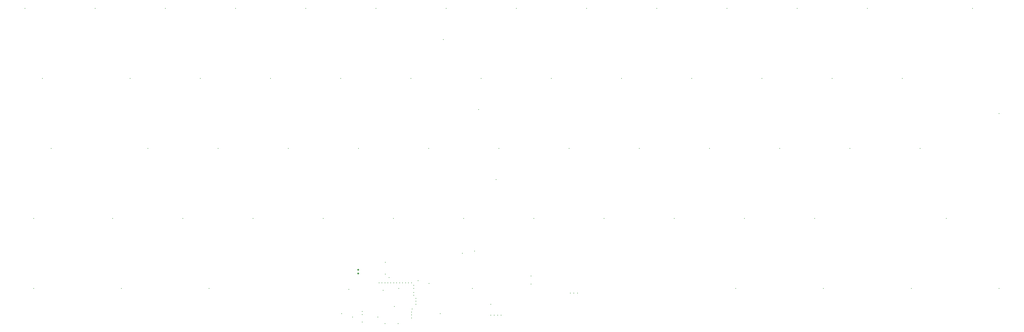
<source format=gbr>
%TF.GenerationSoftware,KiCad,Pcbnew,8.0.3*%
%TF.CreationDate,2024-07-17T22:30:16+08:00*%
%TF.ProjectId,PH60_Rev2,50483630-5f52-4657-9632-2e6b69636164,rev?*%
%TF.SameCoordinates,Original*%
%TF.FileFunction,Plated,1,4,PTH,Drill*%
%TF.FilePolarity,Positive*%
%FSLAX46Y46*%
G04 Gerber Fmt 4.6, Leading zero omitted, Abs format (unit mm)*
G04 Created by KiCad (PCBNEW 8.0.3) date 2024-07-17 22:30:16*
%MOMM*%
%LPD*%
G01*
G04 APERTURE LIST*
%TA.AperFunction,ViaDrill*%
%ADD10C,0.300000*%
%TD*%
%TA.AperFunction,ComponentDrill*%
%ADD11C,0.500000*%
%TD*%
G04 APERTURE END LIST*
D10*
X43950000Y-34975000D03*
X46325000Y-92125000D03*
X46325000Y-111175000D03*
X48725000Y-54025000D03*
X51100000Y-73075000D03*
X63000000Y-34975000D03*
X67775000Y-92125000D03*
X70150000Y-111175000D03*
X72525000Y-54025000D03*
X77300000Y-73075000D03*
X82050000Y-34975000D03*
X86825000Y-92125000D03*
X91575000Y-54025000D03*
X93950000Y-111175000D03*
X96350000Y-73075000D03*
X101100000Y-34975000D03*
X105875000Y-92125000D03*
X110625000Y-54025000D03*
X115400000Y-73075000D03*
X120150000Y-34975000D03*
X124925000Y-92125000D03*
X129675000Y-54025000D03*
X129875000Y-118025000D03*
X131825000Y-111425000D03*
X132825000Y-118975000D03*
X134450000Y-73075000D03*
X135475000Y-117475000D03*
X135475000Y-118275003D03*
X135475000Y-120325000D03*
X139200000Y-34975000D03*
X139675000Y-118975000D03*
X140024985Y-109625000D03*
X140824988Y-109625000D03*
X141146700Y-111653300D03*
X141624991Y-109625000D03*
X141625000Y-120725000D03*
X141775000Y-104075000D03*
X141775000Y-107275000D03*
X142424994Y-109625000D03*
X142725000Y-108225000D03*
X143224997Y-109625000D03*
X143975000Y-92125000D03*
X144025000Y-109625000D03*
X144225000Y-116125000D03*
X144825003Y-109625000D03*
X145225000Y-120725000D03*
X145425000Y-111161240D03*
X145625006Y-109625000D03*
X146425009Y-109625000D03*
X147225012Y-109625000D03*
X148025015Y-109625000D03*
X148725000Y-54025000D03*
X148825000Y-117575000D03*
X148825000Y-118375003D03*
X148825000Y-119175006D03*
X148825018Y-109625000D03*
X149010209Y-116796732D03*
X149425000Y-110325000D03*
X149425000Y-111173528D03*
X149425000Y-112274991D03*
X149425000Y-113074994D03*
X150019692Y-114659101D03*
X150032108Y-115517892D03*
X150042748Y-113859431D03*
X150675000Y-109075000D03*
X153500000Y-73075000D03*
X153598525Y-109798525D03*
X156625000Y-118025000D03*
X157525000Y-43475000D03*
X158250000Y-34975000D03*
X162675000Y-101600000D03*
X163025000Y-92125000D03*
X165400000Y-111175000D03*
X166000000Y-101000000D03*
X167025000Y-62525000D03*
X167775000Y-54025000D03*
X170325000Y-115475000D03*
X170325000Y-118425000D03*
X171275000Y-118425000D03*
X171775000Y-81575000D03*
X172225000Y-118425000D03*
X172550000Y-73075000D03*
X173175000Y-118425000D03*
X177300000Y-34975000D03*
X181325000Y-107775000D03*
X181325000Y-109975000D03*
X182075000Y-92125000D03*
X186825000Y-54025000D03*
X191600000Y-73075000D03*
X191925000Y-112425000D03*
X192925000Y-112425000D03*
X193925000Y-112425000D03*
X196375000Y-34975000D03*
X201125000Y-92125000D03*
X205875000Y-54025000D03*
X210650000Y-73075000D03*
X215425000Y-34975000D03*
X220175000Y-92125000D03*
X224925000Y-54025000D03*
X229700000Y-73075000D03*
X234450000Y-34975000D03*
X236825000Y-111175000D03*
X239225000Y-92125000D03*
X243975000Y-54025000D03*
X248750000Y-73075000D03*
X253500000Y-34975000D03*
X258275000Y-92125000D03*
X260650000Y-111175000D03*
X263025000Y-54025000D03*
X267800000Y-73075000D03*
X272550000Y-34975000D03*
X282075000Y-54025000D03*
X284475000Y-111175000D03*
X286850000Y-73075000D03*
X293975000Y-92125000D03*
X301125000Y-34975000D03*
X308275000Y-63550000D03*
X308275000Y-111175000D03*
D11*
%TO.C,J2*%
X134375000Y-106075000D03*
X134375000Y-107075000D03*
M02*

</source>
